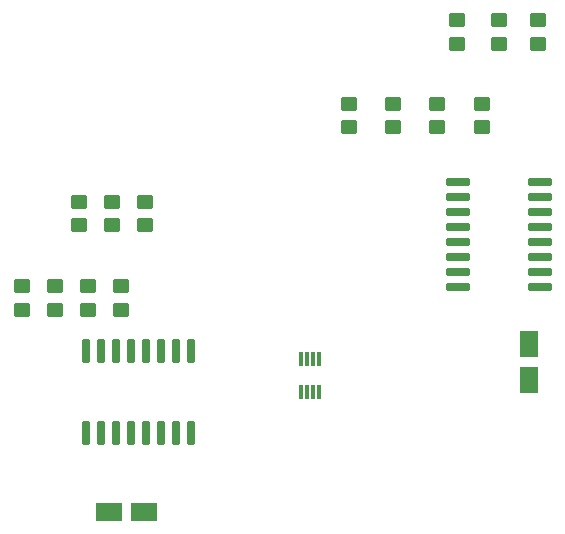
<source format=gbr>
%TF.GenerationSoftware,KiCad,Pcbnew,7.0.9*%
%TF.CreationDate,2023-12-30T23:58:47+01:00*%
%TF.ProjectId,Counter,436f756e-7465-4722-9e6b-696361645f70,rev?*%
%TF.SameCoordinates,Original*%
%TF.FileFunction,Paste,Top*%
%TF.FilePolarity,Positive*%
%FSLAX46Y46*%
G04 Gerber Fmt 4.6, Leading zero omitted, Abs format (unit mm)*
G04 Created by KiCad (PCBNEW 7.0.9) date 2023-12-30 23:58:47*
%MOMM*%
%LPD*%
G01*
G04 APERTURE LIST*
G04 Aperture macros list*
%AMRoundRect*
0 Rectangle with rounded corners*
0 $1 Rounding radius*
0 $2 $3 $4 $5 $6 $7 $8 $9 X,Y pos of 4 corners*
0 Add a 4 corners polygon primitive as box body*
4,1,4,$2,$3,$4,$5,$6,$7,$8,$9,$2,$3,0*
0 Add four circle primitives for the rounded corners*
1,1,$1+$1,$2,$3*
1,1,$1+$1,$4,$5*
1,1,$1+$1,$6,$7*
1,1,$1+$1,$8,$9*
0 Add four rect primitives between the rounded corners*
20,1,$1+$1,$2,$3,$4,$5,0*
20,1,$1+$1,$4,$5,$6,$7,0*
20,1,$1+$1,$6,$7,$8,$9,0*
20,1,$1+$1,$8,$9,$2,$3,0*%
G04 Aperture macros list end*
%ADD10RoundRect,0.250000X0.450000X-0.350000X0.450000X0.350000X-0.450000X0.350000X-0.450000X-0.350000X0*%
%ADD11R,2.200000X1.600000*%
%ADD12RoundRect,0.048800X-0.936200X-0.256200X0.936200X-0.256200X0.936200X0.256200X-0.936200X0.256200X0*%
%ADD13R,1.600000X2.200000*%
%ADD14RoundRect,0.008100X0.126900X-0.551900X0.126900X0.551900X-0.126900X0.551900X-0.126900X-0.551900X0*%
%ADD15RoundRect,0.048800X0.256200X-0.936200X0.256200X0.936200X-0.256200X0.936200X-0.256200X-0.936200X0*%
G04 APERTURE END LIST*
D10*
%TO.C,R6*%
X109476662Y-95120000D03*
X109476662Y-93120000D03*
%TD*%
D11*
%TO.C,C3*%
X109220000Y-119380000D03*
X112220000Y-119380000D03*
%TD*%
D10*
%TO.C,R8*%
X101859735Y-102292315D03*
X101859735Y-100292315D03*
%TD*%
%TO.C,R16*%
X142240000Y-79740000D03*
X142240000Y-77740000D03*
%TD*%
%TO.C,R13*%
X133307174Y-86838199D03*
X133307174Y-84838199D03*
%TD*%
%TO.C,R3*%
X107453067Y-102292315D03*
X107453067Y-100292315D03*
%TD*%
%TO.C,R11*%
X140797572Y-86838199D03*
X140797572Y-84838199D03*
%TD*%
%TO.C,R12*%
X137052373Y-86838199D03*
X137052373Y-84838199D03*
%TD*%
%TO.C,R15*%
X145573731Y-79740000D03*
X145573731Y-77740000D03*
%TD*%
%TO.C,R14*%
X129561975Y-86838199D03*
X129561975Y-84838199D03*
%TD*%
D12*
%TO.C,U9*%
X138781137Y-91425009D03*
X138781137Y-92695009D03*
X138781137Y-93965009D03*
X138781137Y-95235009D03*
X138781137Y-96505009D03*
X138781137Y-97775009D03*
X138781137Y-99045009D03*
X138781137Y-100315009D03*
X145711137Y-100315009D03*
X145711137Y-99045009D03*
X145711137Y-97775009D03*
X145711137Y-96505009D03*
X145711137Y-95235009D03*
X145711137Y-93965009D03*
X145711137Y-92695009D03*
X145711137Y-91425009D03*
%TD*%
D10*
%TO.C,R9*%
X104656401Y-102292315D03*
X104656401Y-100292315D03*
%TD*%
D13*
%TO.C,C4*%
X144780000Y-105180000D03*
X144780000Y-108180000D03*
%TD*%
D14*
%TO.C,U5*%
X125500000Y-109220000D03*
X126000000Y-109220000D03*
X126500000Y-109220000D03*
X127000000Y-109220000D03*
X127000000Y-106410000D03*
X126500000Y-106410000D03*
X126000000Y-106410000D03*
X125500000Y-106410000D03*
%TD*%
D15*
%TO.C,U8*%
X107315000Y-112685000D03*
X108585000Y-112685000D03*
X109855000Y-112685000D03*
X111125000Y-112685000D03*
X112395000Y-112685000D03*
X113665000Y-112685000D03*
X114935000Y-112685000D03*
X116205000Y-112685000D03*
X116205000Y-105755000D03*
X114935000Y-105755000D03*
X113665000Y-105755000D03*
X112395000Y-105755000D03*
X111125000Y-105755000D03*
X109855000Y-105755000D03*
X108585000Y-105755000D03*
X107315000Y-105755000D03*
%TD*%
D10*
%TO.C,R4*%
X110249733Y-102292315D03*
X110249733Y-100292315D03*
%TD*%
%TO.C,R5*%
X106679996Y-95120000D03*
X106679996Y-93120000D03*
%TD*%
%TO.C,R7*%
X112273332Y-95120000D03*
X112273332Y-93120000D03*
%TD*%
%TO.C,R10*%
X138747519Y-79740000D03*
X138747519Y-77740000D03*
%TD*%
M02*

</source>
